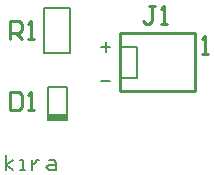
<source format=gto>
G04*
G04 #@! TF.GenerationSoftware,Altium Limited,Altium Designer,24.5.2 (23)*
G04*
G04 Layer_Color=65535*
%FSLAX44Y44*%
%MOMM*%
G71*
G04*
G04 #@! TF.SameCoordinates,EC02D15A-6138-46D8-9CA9-48B3A346F35C*
G04*
G04*
G04 #@! TF.FilePolarity,Positive*
G04*
G01*
G75*
%ADD10C,0.2000*%
%ADD11C,0.2540*%
%ADD12R,1.8000X0.5000*%
D10*
X123000Y89841D02*
Y115559D01*
X108000Y89700D02*
X123000Y89841D01*
X108000Y115700D02*
X123000Y115559D01*
X47000Y54000D02*
X63000D01*
X47000Y82000D02*
X63000D01*
X47000Y54000D02*
Y82000D01*
X63000Y54000D02*
Y82000D01*
X44000Y111000D02*
Y149000D01*
X66000Y111000D02*
Y149000D01*
X44000D02*
X66000D01*
X44000Y111000D02*
X66000D01*
X12000Y12000D02*
Y23996D01*
Y15999D02*
X17998Y19997D01*
X12000Y15999D02*
X17998Y12000D01*
X23996D02*
X27995D01*
X25996D01*
Y19997D01*
X23996D01*
X33993D02*
Y12000D01*
Y15999D01*
X35992Y17998D01*
X37992Y19997D01*
X39991D01*
X47988D02*
X51987D01*
X53986Y17998D01*
Y12000D01*
X47988D01*
X45989Y13999D01*
X47988Y15999D01*
X53986D01*
X92000Y87000D02*
X99997D01*
X92000Y115999D02*
X99997D01*
X95999Y119997D02*
Y112000D01*
D11*
X108007Y78272D02*
X171507D01*
X108007Y127572D02*
X171507D01*
X108007Y78272D02*
Y127572D01*
X171507Y78272D02*
Y127572D01*
X108007Y78272D02*
X171507D01*
X108007Y127572D02*
X171507D01*
X108007Y78272D02*
Y127572D01*
X171507Y78272D02*
Y127572D01*
X177540Y110240D02*
X182618D01*
X180079D01*
Y125475D01*
X177540Y122936D01*
X14843Y122382D02*
Y137618D01*
X22461D01*
X25000Y135078D01*
Y130000D01*
X22461Y127461D01*
X14843D01*
X19922D02*
X25000Y122382D01*
X30078D02*
X35157D01*
X32618D01*
Y137618D01*
X30078Y135078D01*
X138000Y150618D02*
X132922D01*
X135461D01*
Y137922D01*
X132922Y135382D01*
X130382D01*
X127843Y137922D01*
X143078Y135382D02*
X148157D01*
X145618D01*
Y150618D01*
X143078Y148078D01*
X14843Y77618D02*
Y62382D01*
X22461D01*
X25000Y64922D01*
Y75078D01*
X22461Y77618D01*
X14843D01*
X30078Y62382D02*
X35157D01*
X32618D01*
Y77618D01*
X30078Y75078D01*
D12*
X55000Y56500D02*
D03*
M02*

</source>
